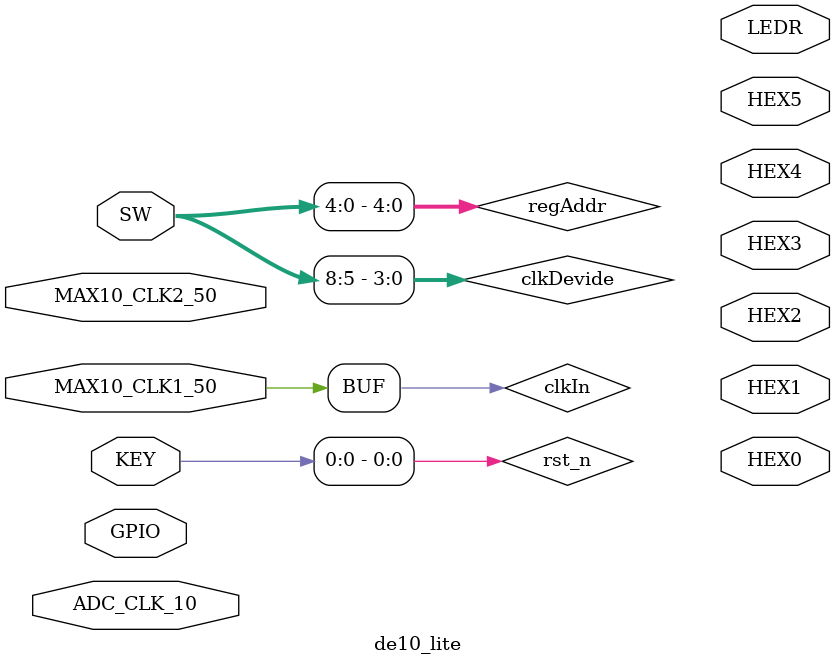
<source format=v>


module de10_lite(

    input               ADC_CLK_10,
    input               MAX10_CLK1_50,
    input               MAX10_CLK2_50,

    output  [  7:0 ]    HEX0,
    output  [  7:0 ]    HEX1,
    output  [  7:0 ]    HEX2,
    output  [  7:0 ]    HEX3,
    output  [  7:0 ]    HEX4,
    output  [  7:0 ]    HEX5,

    input   [  1:0 ]    KEY,

    output  [  9:0 ]    LEDR,

    input   [  9:0 ]    SW,

    inout   [ 35:0 ]    GPIO
);

    // wires & inputs
    wire          clk;
    wire          clkIn     =  MAX10_CLK1_50;
    wire          rst_n     =  KEY[0];
    wire          clkEnable =  SW [9] | ~KEY[1];
    wire [  3:0 ] clkDevide =  SW [8:5];
    wire [  4:0 ] regAddr   =  SW [4:0];
    wire [ 31:0 ] regData;


endmodule

</source>
